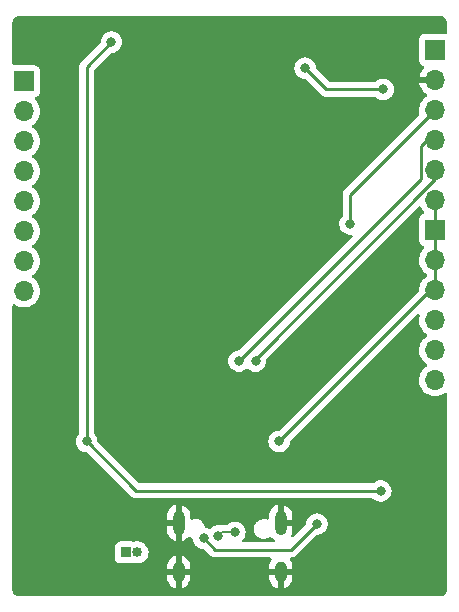
<source format=gbr>
%TF.GenerationSoftware,KiCad,Pcbnew,(5.99.0-9526-g5c17ff0595)*%
%TF.CreationDate,2021-04-11T17:42:09-05:00*%
%TF.ProjectId,DualingDev-ESP32,4475616c-696e-4674-9465-762d45535033,rev?*%
%TF.SameCoordinates,Original*%
%TF.FileFunction,Copper,L2,Bot*%
%TF.FilePolarity,Positive*%
%FSLAX46Y46*%
G04 Gerber Fmt 4.6, Leading zero omitted, Abs format (unit mm)*
G04 Created by KiCad (PCBNEW (5.99.0-9526-g5c17ff0595)) date 2021-04-11 17:42:09*
%MOMM*%
%LPD*%
G01*
G04 APERTURE LIST*
%TA.AperFunction,ComponentPad*%
%ADD10R,1.700000X1.700000*%
%TD*%
%TA.AperFunction,ComponentPad*%
%ADD11O,1.700000X1.700000*%
%TD*%
%TA.AperFunction,ComponentPad*%
%ADD12R,0.850000X0.850000*%
%TD*%
%TA.AperFunction,ComponentPad*%
%ADD13O,0.850000X0.850000*%
%TD*%
%TA.AperFunction,ComponentPad*%
%ADD14O,1.000000X1.800000*%
%TD*%
%TA.AperFunction,ComponentPad*%
%ADD15O,1.000000X2.100000*%
%TD*%
%TA.AperFunction,ViaPad*%
%ADD16C,0.800000*%
%TD*%
%TA.AperFunction,Conductor*%
%ADD17C,0.200000*%
%TD*%
%TA.AperFunction,Conductor*%
%ADD18C,0.250000*%
%TD*%
G04 APERTURE END LIST*
D10*
%TO.P,J1,1,Pin_1*%
%TO.N,VCC*%
X148400000Y-56250000D03*
D11*
%TO.P,J1,2,Pin_2*%
%TO.N,GND*%
X148400000Y-58790000D03*
%TO.P,J1,3,Pin_3*%
%TO.N,Boot*%
X148400000Y-61330000D03*
%TO.P,J1,4,Pin_4*%
%TO.N,TX*%
X148400000Y-63870000D03*
%TO.P,J1,5,Pin_5*%
%TO.N,RX*%
X148400000Y-66410000D03*
%TO.P,J1,6,Pin_6*%
%TO.N,RTS*%
X148400000Y-68950000D03*
%TD*%
D12*
%TO.P,J3,1,Pin_1*%
%TO.N,Net-(C3-Pad1)*%
X122200000Y-98800000D03*
D13*
%TO.P,J3,2,Pin_2*%
%TO.N,VBUS*%
X123200000Y-98800000D03*
%TD*%
D10*
%TO.P,J2,1,Pin_1*%
%TO.N,1*%
X113600000Y-58925000D03*
D11*
%TO.P,J2,2,Pin_2*%
%TO.N,2*%
X113600000Y-61465000D03*
%TO.P,J2,3,Pin_3*%
%TO.N,3*%
X113600000Y-64005000D03*
%TO.P,J2,4,Pin_4*%
%TO.N,4*%
X113600000Y-66545000D03*
%TO.P,J2,5,Pin_5*%
%TO.N,5*%
X113600000Y-69085000D03*
%TO.P,J2,6,Pin_6*%
%TO.N,6*%
X113600000Y-71625000D03*
%TO.P,J2,7,Pin_7*%
%TO.N,7*%
X113600000Y-74165000D03*
%TO.P,J2,8,Pin_8*%
%TO.N,8*%
X113600000Y-76705000D03*
%TD*%
D10*
%TO.P,J4,1,Pin_1*%
%TO.N,A*%
X148400000Y-71490000D03*
D11*
%TO.P,J4,2,Pin_2*%
%TO.N,B*%
X148400000Y-74030000D03*
%TO.P,J4,3,Pin_3*%
%TO.N,C*%
X148400000Y-76570000D03*
%TO.P,J4,4,Pin_4*%
%TO.N,D*%
X148400000Y-79110000D03*
%TO.P,J4,5,Pin_5*%
%TO.N,E*%
X148400000Y-81650000D03*
%TO.P,J4,6,Pin_6*%
%TO.N,F*%
X148400000Y-84190000D03*
%TD*%
D14*
%TO.P,P1,S1,SHIELD*%
%TO.N,GND*%
X135320000Y-100462500D03*
D15*
X126680000Y-96312500D03*
D14*
X126680000Y-100462500D03*
D15*
X135320000Y-96312500D03*
%TD*%
D16*
%TO.N,GND*%
X122000000Y-73600000D03*
X125400000Y-74000000D03*
X142000000Y-56800000D03*
X145800000Y-60000000D03*
X121200000Y-54000000D03*
%TO.N,/D-*%
X131450000Y-97100000D03*
X130050000Y-97400000D03*
%TO.N,VCC*%
X143800000Y-93600000D03*
X121000000Y-55600000D03*
X118900000Y-89400000D03*
%TO.N,RTS*%
X137400000Y-57800000D03*
X144000000Y-59600000D03*
X135200000Y-89400000D03*
%TO.N,RX*%
X133200000Y-82600000D03*
%TO.N,TX*%
X131800000Y-82600000D03*
%TO.N,Boot*%
X141200000Y-71000000D03*
%TO.N,Net-(P1-PadA5)*%
X138400000Y-96400000D03*
X128800000Y-97600000D03*
%TD*%
D17*
%TO.N,/D-*%
X130350000Y-97100000D02*
X131450000Y-97100000D01*
X130050000Y-97400000D02*
X130350000Y-97100000D01*
D18*
%TO.N,VCC*%
X118900000Y-89400000D02*
X118900000Y-57700000D01*
X118900000Y-89400000D02*
X123100000Y-93600000D01*
X123100000Y-93600000D02*
X143800000Y-93600000D01*
X118900000Y-57700000D02*
X121000000Y-55600000D01*
%TO.N,RTS*%
X148400000Y-76200000D02*
X148400000Y-68950000D01*
X135200000Y-89400000D02*
X148400000Y-76200000D01*
X144000000Y-59600000D02*
X139200000Y-59600000D01*
X139200000Y-59600000D02*
X137400000Y-57800000D01*
%TO.N,RX*%
X133200000Y-82600000D02*
X133200000Y-82410983D01*
X148400000Y-67210983D02*
X148400000Y-66410000D01*
X133200000Y-82410983D02*
X148400000Y-67210983D01*
%TO.N,TX*%
X131800000Y-82600000D02*
X147224989Y-67175011D01*
X147224989Y-67175011D02*
X147224989Y-64375011D01*
X147730000Y-63870000D02*
X148400000Y-63870000D01*
X147224989Y-64375011D02*
X147730000Y-63870000D01*
%TO.N,Boot*%
X141200000Y-68530000D02*
X148400000Y-61330000D01*
X141200000Y-71000000D02*
X141200000Y-68530000D01*
%TO.N,Net-(P1-PadA5)*%
X129800000Y-98600000D02*
X128800000Y-97600000D01*
X136200000Y-98600000D02*
X134800000Y-98600000D01*
X134800000Y-98600000D02*
X129800000Y-98600000D01*
X138400000Y-96400000D02*
X136200000Y-98600000D01*
%TD*%
%TA.AperFunction,Conductor*%
%TO.N,GND*%
G36*
X148838797Y-53409994D02*
G01*
X148842418Y-53410646D01*
X148849674Y-53411952D01*
X148913797Y-53413471D01*
X148930831Y-53413874D01*
X148952425Y-53416260D01*
X149029200Y-53431531D01*
X149052833Y-53438699D01*
X149118119Y-53465742D01*
X149139900Y-53477385D01*
X149179432Y-53503799D01*
X149198644Y-53516636D01*
X149217737Y-53532306D01*
X149267695Y-53582264D01*
X149283364Y-53601355D01*
X149308049Y-53638299D01*
X149322617Y-53660102D01*
X149334259Y-53681884D01*
X149361298Y-53747160D01*
X149368468Y-53770797D01*
X149372170Y-53789408D01*
X149383740Y-53847579D01*
X149386126Y-53869175D01*
X149387970Y-53947049D01*
X149388709Y-53951461D01*
X149388710Y-53951473D01*
X149390269Y-53960783D01*
X149392000Y-53981594D01*
X149392000Y-54761644D01*
X149371998Y-54829765D01*
X149318342Y-54876258D01*
X149257014Y-54887323D01*
X149254448Y-54887140D01*
X149250000Y-54886500D01*
X147550000Y-54886500D01*
X147476921Y-54891727D01*
X147425192Y-54906916D01*
X147345330Y-54930365D01*
X147345328Y-54930366D01*
X147336684Y-54932904D01*
X147329105Y-54937775D01*
X147221309Y-55007051D01*
X147221306Y-55007053D01*
X147213729Y-55011923D01*
X147207828Y-55018733D01*
X147123918Y-55115569D01*
X147123916Y-55115572D01*
X147118016Y-55122381D01*
X147114272Y-55130579D01*
X147069578Y-55228446D01*
X147057300Y-55255330D01*
X147056018Y-55264245D01*
X147056018Y-55264246D01*
X147037139Y-55395552D01*
X147037138Y-55395559D01*
X147036500Y-55400000D01*
X147036500Y-57100000D01*
X147041727Y-57173079D01*
X147043631Y-57179562D01*
X147073132Y-57280034D01*
X147082904Y-57313316D01*
X147101629Y-57342453D01*
X147157051Y-57428691D01*
X147157053Y-57428694D01*
X147161923Y-57436271D01*
X147168733Y-57442172D01*
X147265569Y-57526082D01*
X147265572Y-57526084D01*
X147272381Y-57531984D01*
X147405330Y-57592700D01*
X147412035Y-57593664D01*
X147470813Y-57631437D01*
X147500306Y-57696017D01*
X147490203Y-57766291D01*
X147458171Y-57809115D01*
X147426879Y-57836269D01*
X147419464Y-57843895D01*
X147280100Y-58013860D01*
X147274075Y-58022627D01*
X147165342Y-58213644D01*
X147160877Y-58223308D01*
X147085882Y-58429916D01*
X147083111Y-58440184D01*
X147069008Y-58518174D01*
X147070427Y-58531414D01*
X147085062Y-58536000D01*
X148528000Y-58536000D01*
X148596121Y-58556002D01*
X148642614Y-58609658D01*
X148654000Y-58662000D01*
X148654000Y-58918000D01*
X148633998Y-58986121D01*
X148580342Y-59032614D01*
X148528000Y-59044000D01*
X147083403Y-59044000D01*
X147070222Y-59047870D01*
X147068255Y-59062423D01*
X147076638Y-59114471D01*
X147079212Y-59124793D01*
X147150230Y-59332810D01*
X147154497Y-59342533D01*
X147259556Y-59535625D01*
X147265402Y-59544491D01*
X147401486Y-59717113D01*
X147408750Y-59724875D01*
X147571967Y-59872094D01*
X147580444Y-59878528D01*
X147698717Y-59953442D01*
X147745562Y-60006790D01*
X147756129Y-60076996D01*
X147727062Y-60141770D01*
X147696662Y-60167605D01*
X147619567Y-60214388D01*
X147596631Y-60228306D01*
X147592601Y-60231803D01*
X147533287Y-60283273D01*
X147422492Y-60379415D01*
X147419109Y-60383541D01*
X147419105Y-60383545D01*
X147351411Y-60466105D01*
X147276304Y-60557705D01*
X147162245Y-60758077D01*
X147083578Y-60974802D01*
X147082629Y-60980051D01*
X147082628Y-60980054D01*
X147043501Y-61196429D01*
X147042551Y-61201683D01*
X147040338Y-61432233D01*
X147077002Y-61659861D01*
X147078725Y-61664907D01*
X147079532Y-61668144D01*
X147076606Y-61739081D01*
X147046371Y-61787725D01*
X140807487Y-68026609D01*
X140799399Y-68033969D01*
X140793005Y-68038027D01*
X140787580Y-68043804D01*
X140747131Y-68086878D01*
X140744376Y-68089720D01*
X140724062Y-68110034D01*
X140721417Y-68113445D01*
X140713713Y-68122465D01*
X140683443Y-68154699D01*
X140679626Y-68161643D01*
X140679624Y-68161645D01*
X140673682Y-68172453D01*
X140662828Y-68188977D01*
X140650417Y-68204977D01*
X140647270Y-68212248D01*
X140647270Y-68212249D01*
X140632859Y-68245551D01*
X140627638Y-68256207D01*
X140606338Y-68294952D01*
X140604366Y-68302635D01*
X140604365Y-68302636D01*
X140601301Y-68314568D01*
X140594897Y-68333272D01*
X140590001Y-68344585D01*
X140589999Y-68344592D01*
X140586852Y-68351864D01*
X140585613Y-68359688D01*
X140585612Y-68359691D01*
X140579935Y-68395535D01*
X140577528Y-68407156D01*
X140568013Y-68444218D01*
X140566535Y-68449975D01*
X140566500Y-68450531D01*
X140566500Y-68470452D01*
X140564949Y-68490162D01*
X140561816Y-68509944D01*
X140562562Y-68517836D01*
X140565941Y-68553582D01*
X140566500Y-68565440D01*
X140566500Y-70297481D01*
X140546498Y-70365602D01*
X140534136Y-70381791D01*
X140460963Y-70463058D01*
X140365476Y-70628446D01*
X140306462Y-70810073D01*
X140286500Y-71000000D01*
X140306462Y-71189927D01*
X140308502Y-71196205D01*
X140308502Y-71196206D01*
X140340957Y-71296093D01*
X140365476Y-71371554D01*
X140368779Y-71377276D01*
X140368780Y-71377277D01*
X140382232Y-71400576D01*
X140460963Y-71536942D01*
X140465381Y-71541849D01*
X140465382Y-71541850D01*
X140566477Y-71654127D01*
X140588749Y-71678863D01*
X140594091Y-71682744D01*
X140594093Y-71682746D01*
X140737908Y-71787233D01*
X140743250Y-71791114D01*
X140749278Y-71793798D01*
X140749280Y-71793799D01*
X140911682Y-71866105D01*
X140917713Y-71868790D01*
X141011113Y-71888643D01*
X141098056Y-71907124D01*
X141098061Y-71907124D01*
X141104513Y-71908496D01*
X141291410Y-71908496D01*
X141359531Y-71928498D01*
X141406024Y-71982154D01*
X141416128Y-72052428D01*
X141386634Y-72117008D01*
X141380505Y-72123591D01*
X131849497Y-81654599D01*
X131787185Y-81688625D01*
X131760402Y-81691504D01*
X131704513Y-81691504D01*
X131698061Y-81692876D01*
X131698056Y-81692876D01*
X131611113Y-81711357D01*
X131517713Y-81731210D01*
X131511683Y-81733895D01*
X131511682Y-81733895D01*
X131349280Y-81806201D01*
X131349278Y-81806202D01*
X131343250Y-81808886D01*
X131337909Y-81812766D01*
X131337908Y-81812767D01*
X131194093Y-81917254D01*
X131194091Y-81917256D01*
X131188749Y-81921137D01*
X131060963Y-82063058D01*
X131057662Y-82068776D01*
X130980315Y-82202745D01*
X130965476Y-82228446D01*
X130906462Y-82410073D01*
X130886500Y-82600000D01*
X130906462Y-82789927D01*
X130965476Y-82971554D01*
X130968779Y-82977276D01*
X130968780Y-82977277D01*
X130997311Y-83026693D01*
X131060963Y-83136942D01*
X131065381Y-83141849D01*
X131065382Y-83141850D01*
X131164545Y-83251982D01*
X131188749Y-83278863D01*
X131194091Y-83282744D01*
X131194093Y-83282746D01*
X131194099Y-83282750D01*
X131343250Y-83391114D01*
X131349278Y-83393798D01*
X131349280Y-83393799D01*
X131511682Y-83466105D01*
X131517713Y-83468790D01*
X131611113Y-83488643D01*
X131698056Y-83507124D01*
X131698061Y-83507124D01*
X131704513Y-83508496D01*
X131895487Y-83508496D01*
X131901939Y-83507124D01*
X131901944Y-83507124D01*
X131988887Y-83488643D01*
X132082287Y-83468790D01*
X132088318Y-83466105D01*
X132250720Y-83393799D01*
X132250722Y-83393798D01*
X132256750Y-83391114D01*
X132411251Y-83278863D01*
X132415678Y-83273946D01*
X132415686Y-83273939D01*
X132479693Y-83243220D01*
X132550147Y-83251982D01*
X132584314Y-83273939D01*
X132584322Y-83273946D01*
X132588749Y-83278863D01*
X132743250Y-83391114D01*
X132749278Y-83393798D01*
X132749280Y-83393799D01*
X132911682Y-83466105D01*
X132917713Y-83468790D01*
X133011113Y-83488643D01*
X133098056Y-83507124D01*
X133098061Y-83507124D01*
X133104513Y-83508496D01*
X133295487Y-83508496D01*
X133301939Y-83507124D01*
X133301944Y-83507124D01*
X133388887Y-83488643D01*
X133482287Y-83468790D01*
X133488318Y-83466105D01*
X133650720Y-83393799D01*
X133650722Y-83393798D01*
X133656750Y-83391114D01*
X133805901Y-83282750D01*
X133805907Y-83282746D01*
X133805909Y-83282744D01*
X133811251Y-83278863D01*
X133835455Y-83251982D01*
X133934618Y-83141850D01*
X133934619Y-83141849D01*
X133939037Y-83136942D01*
X134002689Y-83026693D01*
X134031220Y-82977277D01*
X134031221Y-82977276D01*
X134034524Y-82971554D01*
X134093538Y-82789927D01*
X134113500Y-82600000D01*
X134111571Y-82581644D01*
X134100132Y-82472805D01*
X134112904Y-82402967D01*
X134136347Y-82370540D01*
X146982020Y-69524867D01*
X147044332Y-69490841D01*
X147115147Y-69495906D01*
X147171983Y-69538453D01*
X147181791Y-69553740D01*
X147261685Y-69700580D01*
X147404424Y-69881644D01*
X147464034Y-69935411D01*
X147501219Y-69995888D01*
X147499805Y-70066871D01*
X147460240Y-70125821D01*
X147415138Y-70149868D01*
X147345330Y-70170365D01*
X147345328Y-70170366D01*
X147336684Y-70172904D01*
X147329105Y-70177775D01*
X147221309Y-70247051D01*
X147221306Y-70247053D01*
X147213729Y-70251923D01*
X147207828Y-70258733D01*
X147123918Y-70355569D01*
X147123916Y-70355572D01*
X147118016Y-70362381D01*
X147114272Y-70370579D01*
X147070617Y-70466171D01*
X147057300Y-70495330D01*
X147056018Y-70504245D01*
X147056018Y-70504246D01*
X147037139Y-70635552D01*
X147037138Y-70635559D01*
X147036500Y-70640000D01*
X147036500Y-72340000D01*
X147041727Y-72413079D01*
X147082904Y-72553316D01*
X147087775Y-72560895D01*
X147157051Y-72668691D01*
X147157053Y-72668694D01*
X147161923Y-72676271D01*
X147168733Y-72682172D01*
X147265569Y-72766082D01*
X147265572Y-72766084D01*
X147272381Y-72771984D01*
X147405330Y-72832700D01*
X147411639Y-72833607D01*
X147470244Y-72871269D01*
X147499738Y-72935849D01*
X147489636Y-73006123D01*
X147457601Y-73048949D01*
X147426920Y-73075573D01*
X147422492Y-73079415D01*
X147419109Y-73083541D01*
X147419105Y-73083545D01*
X147366538Y-73147656D01*
X147276304Y-73257705D01*
X147162245Y-73458077D01*
X147083578Y-73674802D01*
X147082629Y-73680051D01*
X147082628Y-73680054D01*
X147043501Y-73896429D01*
X147042551Y-73901683D01*
X147040338Y-74132233D01*
X147077002Y-74359861D01*
X147151494Y-74578056D01*
X147261685Y-74780580D01*
X147404424Y-74961644D01*
X147408389Y-74965220D01*
X147571659Y-75112489D01*
X147571665Y-75112494D01*
X147575629Y-75116069D01*
X147580142Y-75118928D01*
X147580144Y-75118929D01*
X147698242Y-75193731D01*
X147745087Y-75247079D01*
X147755654Y-75317285D01*
X147726587Y-75382058D01*
X147696187Y-75407894D01*
X147596631Y-75468306D01*
X147592601Y-75471803D01*
X147426920Y-75615573D01*
X147422492Y-75619415D01*
X147419109Y-75623541D01*
X147419105Y-75623545D01*
X147366538Y-75687656D01*
X147276304Y-75797705D01*
X147162245Y-75998077D01*
X147083578Y-76214802D01*
X147082629Y-76220051D01*
X147082628Y-76220054D01*
X147043501Y-76436429D01*
X147042551Y-76441683D01*
X147042500Y-76447023D01*
X147040914Y-76612196D01*
X147020259Y-76680121D01*
X147004015Y-76700081D01*
X135249497Y-88454599D01*
X135187185Y-88488625D01*
X135160402Y-88491504D01*
X135104513Y-88491504D01*
X135098061Y-88492876D01*
X135098056Y-88492876D01*
X135011113Y-88511357D01*
X134917713Y-88531210D01*
X134911683Y-88533895D01*
X134911682Y-88533895D01*
X134749280Y-88606201D01*
X134749278Y-88606202D01*
X134743250Y-88608886D01*
X134737909Y-88612766D01*
X134737908Y-88612767D01*
X134594093Y-88717254D01*
X134594091Y-88717256D01*
X134588749Y-88721137D01*
X134584328Y-88726047D01*
X134584327Y-88726048D01*
X134548713Y-88765602D01*
X134460963Y-88863058D01*
X134365476Y-89028446D01*
X134306462Y-89210073D01*
X134286500Y-89400000D01*
X134306462Y-89589927D01*
X134365476Y-89771554D01*
X134460963Y-89936942D01*
X134588749Y-90078863D01*
X134594091Y-90082744D01*
X134594093Y-90082746D01*
X134737908Y-90187233D01*
X134743250Y-90191114D01*
X134749278Y-90193798D01*
X134749280Y-90193799D01*
X134911682Y-90266105D01*
X134917713Y-90268790D01*
X135011113Y-90288643D01*
X135098056Y-90307124D01*
X135098061Y-90307124D01*
X135104513Y-90308496D01*
X135295487Y-90308496D01*
X135301939Y-90307124D01*
X135301944Y-90307124D01*
X135388887Y-90288643D01*
X135482287Y-90268790D01*
X135488318Y-90266105D01*
X135650720Y-90193799D01*
X135650722Y-90193798D01*
X135656750Y-90191114D01*
X135662092Y-90187233D01*
X135805907Y-90082746D01*
X135805909Y-90082744D01*
X135811251Y-90078863D01*
X135939037Y-89936942D01*
X136034524Y-89771554D01*
X136093538Y-89589927D01*
X136110903Y-89424710D01*
X136137916Y-89359054D01*
X136147118Y-89348786D01*
X146877671Y-78618233D01*
X146939983Y-78584207D01*
X147010798Y-78589272D01*
X147067634Y-78631819D01*
X147092445Y-78698339D01*
X147086027Y-78744427D01*
X147086789Y-78744633D01*
X147085398Y-78749787D01*
X147083578Y-78754802D01*
X147042551Y-78981683D01*
X147040338Y-79212233D01*
X147077002Y-79439861D01*
X147151494Y-79658056D01*
X147261685Y-79860580D01*
X147404424Y-80041644D01*
X147408389Y-80045220D01*
X147571659Y-80192489D01*
X147571665Y-80192494D01*
X147575629Y-80196069D01*
X147580142Y-80198928D01*
X147580144Y-80198929D01*
X147698242Y-80273731D01*
X147745087Y-80327079D01*
X147755654Y-80397285D01*
X147726587Y-80462058D01*
X147696186Y-80487894D01*
X147601196Y-80545535D01*
X147601189Y-80545540D01*
X147596631Y-80548306D01*
X147422492Y-80699415D01*
X147419109Y-80703541D01*
X147419105Y-80703545D01*
X147321315Y-80822809D01*
X147276304Y-80877705D01*
X147162245Y-81078077D01*
X147083578Y-81294802D01*
X147042551Y-81521683D01*
X147042500Y-81527023D01*
X147040949Y-81688625D01*
X147040338Y-81752233D01*
X147077002Y-81979861D01*
X147151494Y-82198056D01*
X147261685Y-82400580D01*
X147404424Y-82581644D01*
X147424775Y-82600000D01*
X147571659Y-82732489D01*
X147571665Y-82732494D01*
X147575629Y-82736069D01*
X147580142Y-82738928D01*
X147580144Y-82738929D01*
X147698242Y-82813731D01*
X147745087Y-82867079D01*
X147755654Y-82937285D01*
X147726587Y-83002058D01*
X147696186Y-83027894D01*
X147601196Y-83085535D01*
X147601189Y-83085540D01*
X147596631Y-83088306D01*
X147592601Y-83091803D01*
X147534927Y-83141850D01*
X147422492Y-83239415D01*
X147419109Y-83243541D01*
X147419105Y-83243545D01*
X147321315Y-83362809D01*
X147276304Y-83417705D01*
X147273665Y-83422341D01*
X147273663Y-83422344D01*
X147225403Y-83507124D01*
X147162245Y-83618077D01*
X147083578Y-83834802D01*
X147042551Y-84061683D01*
X147040338Y-84292233D01*
X147077002Y-84519861D01*
X147151494Y-84738056D01*
X147261685Y-84940580D01*
X147404424Y-85121644D01*
X147408389Y-85125220D01*
X147571659Y-85272489D01*
X147571665Y-85272494D01*
X147575629Y-85276069D01*
X147770406Y-85399439D01*
X147983184Y-85488228D01*
X147988387Y-85489425D01*
X147988392Y-85489426D01*
X148202678Y-85538701D01*
X148202683Y-85538702D01*
X148207881Y-85539897D01*
X148213209Y-85540200D01*
X148213212Y-85540200D01*
X148369293Y-85549063D01*
X148438071Y-85552968D01*
X148443378Y-85552368D01*
X148443380Y-85552368D01*
X148564272Y-85538701D01*
X148667173Y-85527068D01*
X148672288Y-85525587D01*
X148672292Y-85525586D01*
X148801298Y-85488228D01*
X148888635Y-85462937D01*
X149096125Y-85362409D01*
X149100463Y-85359309D01*
X149100468Y-85359306D01*
X149192742Y-85293365D01*
X149259795Y-85270032D01*
X149328818Y-85286655D01*
X149377897Y-85337956D01*
X149392000Y-85395879D01*
X149392000Y-101916472D01*
X149390006Y-101938797D01*
X149388048Y-101949674D01*
X149387933Y-101954542D01*
X149386126Y-102030832D01*
X149383741Y-102052424D01*
X149383693Y-102052666D01*
X149368469Y-102129200D01*
X149361299Y-102152836D01*
X149334259Y-102218116D01*
X149322617Y-102239897D01*
X149305932Y-102264869D01*
X149283365Y-102298643D01*
X149267694Y-102317737D01*
X149217737Y-102367694D01*
X149198644Y-102383364D01*
X149146470Y-102418226D01*
X149139901Y-102422615D01*
X149118120Y-102434258D01*
X149058531Y-102458941D01*
X149052836Y-102461300D01*
X149029198Y-102468470D01*
X149014727Y-102471348D01*
X148952425Y-102483740D01*
X148930828Y-102486126D01*
X148857424Y-102487864D01*
X148857422Y-102487864D01*
X148852952Y-102487970D01*
X148839312Y-102490254D01*
X148818482Y-102491984D01*
X141517283Y-102490534D01*
X138758227Y-102489986D01*
X113190705Y-102484909D01*
X113168408Y-102482916D01*
X113162221Y-102481802D01*
X113162209Y-102481801D01*
X113157433Y-102480941D01*
X113142191Y-102480580D01*
X113076277Y-102479019D01*
X113054680Y-102476633D01*
X112977907Y-102461362D01*
X112954271Y-102454192D01*
X112888991Y-102427152D01*
X112867208Y-102415509D01*
X112808461Y-102376256D01*
X112789370Y-102360587D01*
X112739413Y-102310630D01*
X112723743Y-102291537D01*
X112705924Y-102264869D01*
X112684491Y-102232792D01*
X112672848Y-102211011D01*
X112649142Y-102153779D01*
X112645806Y-102145727D01*
X112638637Y-102122090D01*
X112623367Y-102045318D01*
X112620981Y-102023721D01*
X112619243Y-101950317D01*
X112619243Y-101950315D01*
X112619137Y-101945845D01*
X112618398Y-101941433D01*
X112618397Y-101941421D01*
X112616838Y-101932111D01*
X112615107Y-101911300D01*
X112615107Y-100730048D01*
X125672000Y-100730048D01*
X125672000Y-100910412D01*
X125672301Y-100916560D01*
X125685691Y-101053126D01*
X125688074Y-101065161D01*
X125741654Y-101242624D01*
X125746329Y-101253966D01*
X125833357Y-101417644D01*
X125840144Y-101427860D01*
X125957310Y-101571519D01*
X125965954Y-101580223D01*
X126108788Y-101698386D01*
X126118959Y-101705246D01*
X126282031Y-101793418D01*
X126293330Y-101798168D01*
X126408693Y-101833880D01*
X126422795Y-101834086D01*
X126426000Y-101827330D01*
X126426000Y-100734615D01*
X126424659Y-100730048D01*
X126934000Y-100730048D01*
X126934000Y-101820552D01*
X126937973Y-101834083D01*
X126945768Y-101835203D01*
X127053557Y-101803479D01*
X127064941Y-101798880D01*
X127229222Y-101712996D01*
X127239483Y-101706282D01*
X127383959Y-101590120D01*
X127392719Y-101581542D01*
X127511881Y-101439530D01*
X127518807Y-101429416D01*
X127608118Y-101266958D01*
X127612946Y-101255694D01*
X127669002Y-101078984D01*
X127671550Y-101066997D01*
X127687607Y-100923839D01*
X127688000Y-100916815D01*
X127688000Y-100734615D01*
X127686659Y-100730048D01*
X134312000Y-100730048D01*
X134312000Y-100910412D01*
X134312301Y-100916560D01*
X134325691Y-101053126D01*
X134328074Y-101065161D01*
X134381654Y-101242624D01*
X134386329Y-101253966D01*
X134473357Y-101417644D01*
X134480144Y-101427860D01*
X134597310Y-101571519D01*
X134605954Y-101580223D01*
X134748788Y-101698386D01*
X134758959Y-101705246D01*
X134922031Y-101793418D01*
X134933330Y-101798168D01*
X135048693Y-101833880D01*
X135062795Y-101834086D01*
X135066000Y-101827330D01*
X135066000Y-100734615D01*
X135064659Y-100730048D01*
X135574000Y-100730048D01*
X135574000Y-101820552D01*
X135577973Y-101834083D01*
X135585768Y-101835203D01*
X135693557Y-101803479D01*
X135704941Y-101798880D01*
X135869222Y-101712996D01*
X135879483Y-101706282D01*
X136023959Y-101590120D01*
X136032719Y-101581542D01*
X136151881Y-101439530D01*
X136158807Y-101429416D01*
X136248118Y-101266958D01*
X136252946Y-101255694D01*
X136309002Y-101078984D01*
X136311550Y-101066997D01*
X136327607Y-100923839D01*
X136328000Y-100916815D01*
X136328000Y-100734615D01*
X136323525Y-100719376D01*
X136322135Y-100718171D01*
X136314452Y-100716500D01*
X135592115Y-100716500D01*
X135576876Y-100720975D01*
X135575671Y-100722365D01*
X135574000Y-100730048D01*
X135064659Y-100730048D01*
X135061525Y-100719376D01*
X135060135Y-100718171D01*
X135052452Y-100716500D01*
X134330115Y-100716500D01*
X134314876Y-100720975D01*
X134313671Y-100722365D01*
X134312000Y-100730048D01*
X127686659Y-100730048D01*
X127683525Y-100719376D01*
X127682135Y-100718171D01*
X127674452Y-100716500D01*
X126952115Y-100716500D01*
X126936876Y-100720975D01*
X126935671Y-100722365D01*
X126934000Y-100730048D01*
X126424659Y-100730048D01*
X126421525Y-100719376D01*
X126420135Y-100718171D01*
X126412452Y-100716500D01*
X125690115Y-100716500D01*
X125674876Y-100720975D01*
X125673671Y-100722365D01*
X125672000Y-100730048D01*
X112615107Y-100730048D01*
X112615107Y-100008185D01*
X125672000Y-100008185D01*
X125672000Y-100190385D01*
X125676475Y-100205624D01*
X125677865Y-100206829D01*
X125685548Y-100208500D01*
X126407885Y-100208500D01*
X126423124Y-100204025D01*
X126424329Y-100202635D01*
X126426000Y-100194952D01*
X126426000Y-99104448D01*
X126424010Y-99097670D01*
X126934000Y-99097670D01*
X126934000Y-100190385D01*
X126938475Y-100205624D01*
X126939865Y-100206829D01*
X126947548Y-100208500D01*
X127669885Y-100208500D01*
X127685124Y-100204025D01*
X127686329Y-100202635D01*
X127688000Y-100194952D01*
X127688000Y-100014588D01*
X127687699Y-100008440D01*
X127674309Y-99871874D01*
X127671926Y-99859839D01*
X127618346Y-99682376D01*
X127613671Y-99671034D01*
X127526643Y-99507356D01*
X127519856Y-99497140D01*
X127402690Y-99353481D01*
X127394046Y-99344777D01*
X127251212Y-99226614D01*
X127241041Y-99219754D01*
X127077969Y-99131582D01*
X127066670Y-99126832D01*
X126951307Y-99091120D01*
X126937205Y-99090914D01*
X126934000Y-99097670D01*
X126424010Y-99097670D01*
X126422027Y-99090917D01*
X126414232Y-99089797D01*
X126306443Y-99121521D01*
X126295059Y-99126120D01*
X126130778Y-99212004D01*
X126120517Y-99218718D01*
X125976041Y-99334880D01*
X125967281Y-99343458D01*
X125848119Y-99485470D01*
X125841193Y-99495584D01*
X125751882Y-99658042D01*
X125747054Y-99669306D01*
X125690998Y-99846016D01*
X125688450Y-99858003D01*
X125672393Y-100001161D01*
X125672000Y-100008185D01*
X112615107Y-100008185D01*
X112615107Y-98375000D01*
X121261500Y-98375000D01*
X121261500Y-99225000D01*
X121266727Y-99298079D01*
X121307904Y-99438316D01*
X121312775Y-99445895D01*
X121382051Y-99553691D01*
X121382053Y-99553694D01*
X121386923Y-99561271D01*
X121393733Y-99567172D01*
X121490569Y-99651082D01*
X121490572Y-99651084D01*
X121497381Y-99656984D01*
X121505579Y-99660728D01*
X121575297Y-99692567D01*
X121630330Y-99717700D01*
X121639245Y-99718982D01*
X121639246Y-99718982D01*
X121770552Y-99737861D01*
X121770559Y-99737862D01*
X121775000Y-99738500D01*
X122625000Y-99738500D01*
X122698079Y-99733273D01*
X122838316Y-99692096D01*
X122839351Y-99695620D01*
X122892417Y-99688049D01*
X122907997Y-99691680D01*
X122909988Y-99692567D01*
X123005944Y-99712963D01*
X123095443Y-99731987D01*
X123095447Y-99731987D01*
X123101900Y-99733359D01*
X123298100Y-99733359D01*
X123304553Y-99731987D01*
X123304557Y-99731987D01*
X123394056Y-99712963D01*
X123490012Y-99692567D01*
X123500160Y-99688049D01*
X123663220Y-99615450D01*
X123663222Y-99615449D01*
X123669250Y-99612765D01*
X123827979Y-99497441D01*
X123959262Y-99351636D01*
X124057362Y-99181722D01*
X124117992Y-98995125D01*
X124138500Y-98800000D01*
X124117992Y-98604875D01*
X124057362Y-98418278D01*
X123959262Y-98248364D01*
X123858938Y-98136942D01*
X123832401Y-98107470D01*
X123832400Y-98107469D01*
X123827979Y-98102559D01*
X123669250Y-97987235D01*
X123663222Y-97984551D01*
X123663220Y-97984550D01*
X123496043Y-97910118D01*
X123496042Y-97910118D01*
X123490012Y-97907433D01*
X123389380Y-97886043D01*
X123304557Y-97868013D01*
X123304553Y-97868013D01*
X123298100Y-97866641D01*
X123101900Y-97866641D01*
X123095447Y-97868013D01*
X123095443Y-97868013D01*
X122932761Y-97902592D01*
X122909988Y-97907433D01*
X122906650Y-97908919D01*
X122836776Y-97910917D01*
X122816461Y-97903669D01*
X122777867Y-97886043D01*
X122777864Y-97886042D01*
X122769670Y-97882300D01*
X122749947Y-97879464D01*
X122629448Y-97862139D01*
X122629441Y-97862138D01*
X122625000Y-97861500D01*
X121775000Y-97861500D01*
X121701921Y-97866727D01*
X121623835Y-97889655D01*
X121570330Y-97905365D01*
X121570328Y-97905366D01*
X121561684Y-97907904D01*
X121532499Y-97926660D01*
X121446309Y-97982051D01*
X121446306Y-97982053D01*
X121438729Y-97986923D01*
X121432828Y-97993733D01*
X121348918Y-98090569D01*
X121348916Y-98090572D01*
X121343016Y-98097381D01*
X121282300Y-98230330D01*
X121281018Y-98239245D01*
X121281018Y-98239246D01*
X121262139Y-98370552D01*
X121262138Y-98370559D01*
X121261500Y-98375000D01*
X112615107Y-98375000D01*
X112615107Y-96580048D01*
X125672000Y-96580048D01*
X125672000Y-96910412D01*
X125672301Y-96916560D01*
X125685691Y-97053126D01*
X125688074Y-97065161D01*
X125741654Y-97242624D01*
X125746329Y-97253966D01*
X125833357Y-97417644D01*
X125840144Y-97427860D01*
X125957310Y-97571519D01*
X125965954Y-97580223D01*
X126108788Y-97698386D01*
X126118959Y-97705246D01*
X126282031Y-97793418D01*
X126293330Y-97798168D01*
X126408693Y-97833880D01*
X126422795Y-97834086D01*
X126426000Y-97827330D01*
X126426000Y-96584615D01*
X126421525Y-96569376D01*
X126420135Y-96568171D01*
X126412452Y-96566500D01*
X125690115Y-96566500D01*
X125674876Y-96570975D01*
X125673671Y-96572365D01*
X125672000Y-96580048D01*
X112615107Y-96580048D01*
X112615107Y-95708185D01*
X125672000Y-95708185D01*
X125672000Y-96040385D01*
X125676475Y-96055624D01*
X125677865Y-96056829D01*
X125685548Y-96058500D01*
X126407885Y-96058500D01*
X126423124Y-96054025D01*
X126424329Y-96052635D01*
X126426000Y-96044952D01*
X126426000Y-94804448D01*
X126424010Y-94797670D01*
X126934000Y-94797670D01*
X126934000Y-97820552D01*
X126937973Y-97834083D01*
X126945768Y-97835203D01*
X127053557Y-97803479D01*
X127064941Y-97798880D01*
X127229222Y-97712996D01*
X127239483Y-97706282D01*
X127383959Y-97590120D01*
X127392724Y-97581537D01*
X127450435Y-97512760D01*
X127509544Y-97473433D01*
X127580532Y-97472307D01*
X127625379Y-97496180D01*
X127625461Y-97496060D01*
X127626538Y-97496797D01*
X127628955Y-97498084D01*
X127636275Y-97504358D01*
X127642290Y-97507583D01*
X127642294Y-97507586D01*
X127700854Y-97538985D01*
X127795892Y-97589944D01*
X127802456Y-97591801D01*
X127802460Y-97591803D01*
X127806101Y-97592833D01*
X127808062Y-97594066D01*
X127808789Y-97594360D01*
X127808736Y-97594490D01*
X127866202Y-97630627D01*
X127897105Y-97700902D01*
X127898376Y-97712996D01*
X127906462Y-97789927D01*
X127908502Y-97796205D01*
X127908502Y-97796206D01*
X127909371Y-97798880D01*
X127965476Y-97971554D01*
X128060963Y-98136942D01*
X128065381Y-98141849D01*
X128065382Y-98141850D01*
X128166436Y-98254082D01*
X128188749Y-98278863D01*
X128194091Y-98282744D01*
X128194093Y-98282746D01*
X128321071Y-98375000D01*
X128343250Y-98391114D01*
X128349278Y-98393798D01*
X128349280Y-98393799D01*
X128511682Y-98466105D01*
X128517713Y-98468790D01*
X128611113Y-98488643D01*
X128698056Y-98507124D01*
X128698061Y-98507124D01*
X128704513Y-98508496D01*
X128760402Y-98508496D01*
X128828523Y-98528498D01*
X128849497Y-98545401D01*
X129296609Y-98992513D01*
X129303969Y-99000601D01*
X129308027Y-99006995D01*
X129313804Y-99012420D01*
X129356878Y-99052869D01*
X129359720Y-99055624D01*
X129380034Y-99075938D01*
X129383445Y-99078583D01*
X129392465Y-99086287D01*
X129424699Y-99116557D01*
X129431643Y-99120374D01*
X129431645Y-99120376D01*
X129442453Y-99126318D01*
X129458977Y-99137172D01*
X129468711Y-99144723D01*
X129468713Y-99144724D01*
X129474977Y-99149583D01*
X129515561Y-99167146D01*
X129526190Y-99172353D01*
X129564952Y-99193662D01*
X129584578Y-99198701D01*
X129603271Y-99205102D01*
X129621865Y-99213148D01*
X129655278Y-99218440D01*
X129665531Y-99220064D01*
X129677154Y-99222471D01*
X129719975Y-99233465D01*
X129720531Y-99233500D01*
X129740447Y-99233500D01*
X129760157Y-99235051D01*
X129779945Y-99238185D01*
X129787837Y-99237439D01*
X129823593Y-99234059D01*
X129835451Y-99233500D01*
X134429339Y-99233500D01*
X134497460Y-99253502D01*
X134543953Y-99307158D01*
X134554057Y-99377432D01*
X134525860Y-99440492D01*
X134488119Y-99485469D01*
X134481193Y-99495584D01*
X134391882Y-99658042D01*
X134387054Y-99669306D01*
X134330998Y-99846016D01*
X134328450Y-99858003D01*
X134312393Y-100001161D01*
X134312000Y-100008185D01*
X134312000Y-100190385D01*
X134316475Y-100205624D01*
X134317865Y-100206829D01*
X134325548Y-100208500D01*
X136309885Y-100208500D01*
X136325124Y-100204025D01*
X136326329Y-100202635D01*
X136328000Y-100194952D01*
X136328000Y-100014588D01*
X136327699Y-100008440D01*
X136314309Y-99871874D01*
X136311926Y-99859839D01*
X136258346Y-99682376D01*
X136253671Y-99671034D01*
X136166643Y-99507356D01*
X136159856Y-99497140D01*
X136112564Y-99439155D01*
X136085010Y-99373723D01*
X136097205Y-99303782D01*
X136145278Y-99251537D01*
X136206322Y-99233579D01*
X136206485Y-99233574D01*
X136206938Y-99233560D01*
X136210823Y-99233500D01*
X136239578Y-99233500D01*
X136243845Y-99232961D01*
X136255687Y-99232028D01*
X136287335Y-99231033D01*
X136291960Y-99230888D01*
X136299883Y-99230639D01*
X136319334Y-99224988D01*
X136338695Y-99220978D01*
X136341420Y-99220634D01*
X136350930Y-99219433D01*
X136350933Y-99219432D01*
X136358788Y-99218440D01*
X136366153Y-99215524D01*
X136366157Y-99215523D01*
X136399901Y-99202163D01*
X136411130Y-99198318D01*
X136453578Y-99185986D01*
X136460788Y-99181722D01*
X136471011Y-99175677D01*
X136488762Y-99166981D01*
X136500226Y-99162442D01*
X136500229Y-99162440D01*
X136507600Y-99159522D01*
X136543368Y-99133535D01*
X136553291Y-99127016D01*
X136564519Y-99120376D01*
X136591341Y-99104514D01*
X136591759Y-99104145D01*
X136605842Y-99090062D01*
X136620867Y-99077228D01*
X136637083Y-99065446D01*
X136665030Y-99031664D01*
X136673019Y-99022885D01*
X138350503Y-97345401D01*
X138412815Y-97311375D01*
X138439598Y-97308496D01*
X138495487Y-97308496D01*
X138501939Y-97307124D01*
X138501944Y-97307124D01*
X138613727Y-97283363D01*
X138682287Y-97268790D01*
X138711701Y-97255694D01*
X138850720Y-97193799D01*
X138850722Y-97193798D01*
X138856750Y-97191114D01*
X138862092Y-97187233D01*
X139005907Y-97082746D01*
X139005909Y-97082744D01*
X139011251Y-97078863D01*
X139139037Y-96936942D01*
X139234524Y-96771554D01*
X139262697Y-96684846D01*
X139291498Y-96596206D01*
X139291498Y-96596205D01*
X139293538Y-96589927D01*
X139313500Y-96400000D01*
X139303572Y-96305544D01*
X139294228Y-96216637D01*
X139294228Y-96216636D01*
X139293538Y-96210073D01*
X139287951Y-96192876D01*
X139236566Y-96034731D01*
X139234524Y-96028446D01*
X139230863Y-96022104D01*
X139142338Y-95868776D01*
X139139037Y-95863058D01*
X139011251Y-95721137D01*
X139005909Y-95717256D01*
X139005907Y-95717254D01*
X138862092Y-95612767D01*
X138862091Y-95612766D01*
X138856750Y-95608886D01*
X138850722Y-95606202D01*
X138850720Y-95606201D01*
X138688318Y-95533895D01*
X138688317Y-95533895D01*
X138682287Y-95531210D01*
X138588887Y-95511357D01*
X138501944Y-95492876D01*
X138501939Y-95492876D01*
X138495487Y-95491504D01*
X138304513Y-95491504D01*
X138298061Y-95492876D01*
X138298056Y-95492876D01*
X138211113Y-95511357D01*
X138117713Y-95531210D01*
X138111683Y-95533895D01*
X138111682Y-95533895D01*
X137949280Y-95606201D01*
X137949278Y-95606202D01*
X137943250Y-95608886D01*
X137937909Y-95612766D01*
X137937908Y-95612767D01*
X137794093Y-95717254D01*
X137794091Y-95717256D01*
X137788749Y-95721137D01*
X137660963Y-95863058D01*
X137657662Y-95868776D01*
X137569138Y-96022104D01*
X137565476Y-96028446D01*
X137563434Y-96034731D01*
X137512050Y-96192876D01*
X137506462Y-96210073D01*
X137505772Y-96216636D01*
X137505772Y-96216637D01*
X137489097Y-96375290D01*
X137462084Y-96440946D01*
X137452882Y-96451214D01*
X136399137Y-97504959D01*
X136336825Y-97538985D01*
X136266010Y-97533920D01*
X136209174Y-97491373D01*
X136184363Y-97424853D01*
X136199627Y-97355163D01*
X136248118Y-97266958D01*
X136252946Y-97255694D01*
X136309002Y-97078984D01*
X136311550Y-97066997D01*
X136327607Y-96923839D01*
X136328000Y-96916815D01*
X136328000Y-96584615D01*
X136323525Y-96569376D01*
X136322135Y-96568171D01*
X136314452Y-96566500D01*
X135192000Y-96566500D01*
X135123879Y-96546498D01*
X135077386Y-96492842D01*
X135066000Y-96440500D01*
X135066000Y-94804448D01*
X135064010Y-94797670D01*
X135574000Y-94797670D01*
X135574000Y-96040385D01*
X135578475Y-96055624D01*
X135579865Y-96056829D01*
X135587548Y-96058500D01*
X136309885Y-96058500D01*
X136325124Y-96054025D01*
X136326329Y-96052635D01*
X136328000Y-96044952D01*
X136328000Y-95714588D01*
X136327699Y-95708440D01*
X136314309Y-95571874D01*
X136311926Y-95559839D01*
X136258346Y-95382376D01*
X136253671Y-95371034D01*
X136166643Y-95207356D01*
X136159856Y-95197140D01*
X136042690Y-95053481D01*
X136034046Y-95044777D01*
X135891212Y-94926614D01*
X135881041Y-94919754D01*
X135717969Y-94831582D01*
X135706670Y-94826832D01*
X135591307Y-94791120D01*
X135577205Y-94790914D01*
X135574000Y-94797670D01*
X135064010Y-94797670D01*
X135062027Y-94790917D01*
X135054232Y-94789797D01*
X134946443Y-94821521D01*
X134935059Y-94826120D01*
X134770778Y-94912004D01*
X134760517Y-94918718D01*
X134616041Y-95034880D01*
X134607281Y-95043458D01*
X134488119Y-95185470D01*
X134481193Y-95195584D01*
X134391882Y-95358042D01*
X134387054Y-95369306D01*
X134330998Y-95546016D01*
X134328450Y-95558003D01*
X134312393Y-95701161D01*
X134312000Y-95708185D01*
X134312000Y-95897386D01*
X134291998Y-95965507D01*
X134238342Y-96012000D01*
X134168068Y-96022104D01*
X134139211Y-96014376D01*
X134115489Y-96004888D01*
X134108762Y-96003774D01*
X134108757Y-96003773D01*
X133943544Y-95976422D01*
X133943540Y-95976422D01*
X133936806Y-95975307D01*
X133929989Y-95975664D01*
X133929985Y-95975664D01*
X133781905Y-95983425D01*
X133755940Y-95984786D01*
X133749367Y-95986597D01*
X133749364Y-95986597D01*
X133620457Y-96022104D01*
X133581328Y-96032882D01*
X133421117Y-96117352D01*
X133282782Y-96234254D01*
X133278639Y-96239673D01*
X133278637Y-96239675D01*
X133222754Y-96312767D01*
X133172777Y-96378134D01*
X133169894Y-96384317D01*
X133169892Y-96384320D01*
X133101397Y-96531210D01*
X133096235Y-96542280D01*
X133094749Y-96548928D01*
X133094748Y-96548931D01*
X133084181Y-96596206D01*
X133056726Y-96719033D01*
X133056093Y-96900147D01*
X133057536Y-96906819D01*
X133057536Y-96906823D01*
X133061215Y-96923839D01*
X133094367Y-97077172D01*
X133169762Y-97241848D01*
X133278760Y-97386493D01*
X133283939Y-97390932D01*
X133283940Y-97390933D01*
X133406734Y-97496180D01*
X133416275Y-97504358D01*
X133422290Y-97507583D01*
X133422294Y-97507586D01*
X133569877Y-97586719D01*
X133575892Y-97589944D01*
X133663028Y-97614601D01*
X133743596Y-97637400D01*
X133743601Y-97637401D01*
X133750164Y-97639258D01*
X133756973Y-97639663D01*
X133756976Y-97639663D01*
X133893982Y-97647802D01*
X133930961Y-97649999D01*
X134010507Y-97637400D01*
X134103112Y-97622733D01*
X134103116Y-97622732D01*
X134109846Y-97621666D01*
X134116192Y-97619179D01*
X134116196Y-97619178D01*
X134272119Y-97558073D01*
X134272123Y-97558071D01*
X134278474Y-97555582D01*
X134381027Y-97486928D01*
X134448761Y-97465654D01*
X134517245Y-97484377D01*
X134548763Y-97511996D01*
X134597304Y-97571513D01*
X134605954Y-97580223D01*
X134748788Y-97698386D01*
X134758959Y-97705246D01*
X134804119Y-97729664D01*
X134854527Y-97779659D01*
X134869905Y-97848970D01*
X134845369Y-97915592D01*
X134788709Y-97958373D01*
X134744190Y-97966500D01*
X132175302Y-97966500D01*
X132107181Y-97946498D01*
X132060688Y-97892842D01*
X132050584Y-97822568D01*
X132081666Y-97756190D01*
X132184618Y-97641850D01*
X132184619Y-97641849D01*
X132189037Y-97636942D01*
X132270306Y-97496180D01*
X132281220Y-97477277D01*
X132281221Y-97477276D01*
X132284524Y-97471554D01*
X132322342Y-97355163D01*
X132341498Y-97296206D01*
X132341498Y-97296205D01*
X132343538Y-97289927D01*
X132363500Y-97100000D01*
X132343538Y-96910073D01*
X132284524Y-96728446D01*
X132279090Y-96719033D01*
X132228674Y-96631712D01*
X132189037Y-96563058D01*
X132174127Y-96546498D01*
X132065673Y-96426048D01*
X132065672Y-96426047D01*
X132061251Y-96421137D01*
X132055909Y-96417256D01*
X132055907Y-96417254D01*
X131912092Y-96312767D01*
X131912091Y-96312766D01*
X131906750Y-96308886D01*
X131900722Y-96306202D01*
X131900720Y-96306201D01*
X131738318Y-96233895D01*
X131738317Y-96233895D01*
X131732287Y-96231210D01*
X131632846Y-96210073D01*
X131551944Y-96192876D01*
X131551939Y-96192876D01*
X131545487Y-96191504D01*
X131354513Y-96191504D01*
X131348061Y-96192876D01*
X131348056Y-96192876D01*
X131267154Y-96210073D01*
X131167713Y-96231210D01*
X131161683Y-96233895D01*
X131161682Y-96233895D01*
X130999280Y-96306201D01*
X130999278Y-96306202D01*
X130993250Y-96308886D01*
X130987909Y-96312766D01*
X130987908Y-96312767D01*
X130844093Y-96417254D01*
X130844091Y-96417256D01*
X130838749Y-96421137D01*
X130812930Y-96449812D01*
X130752487Y-96487050D01*
X130719296Y-96491500D01*
X130396238Y-96491500D01*
X130379792Y-96490422D01*
X130358189Y-96487578D01*
X130358188Y-96487578D01*
X130350000Y-96486500D01*
X130341811Y-96487578D01*
X130290950Y-96494274D01*
X130230636Y-96502214D01*
X130187993Y-96500539D01*
X130151944Y-96492876D01*
X130151940Y-96492876D01*
X130145487Y-96491504D01*
X129954513Y-96491504D01*
X129948061Y-96492876D01*
X129948056Y-96492876D01*
X129861113Y-96511357D01*
X129767713Y-96531210D01*
X129761683Y-96533895D01*
X129761682Y-96533895D01*
X129599280Y-96606201D01*
X129599278Y-96606202D01*
X129593250Y-96608886D01*
X129587909Y-96612766D01*
X129587908Y-96612767D01*
X129444093Y-96717254D01*
X129444091Y-96717256D01*
X129438749Y-96721137D01*
X129434328Y-96726047D01*
X129434327Y-96726048D01*
X129429679Y-96731210D01*
X129393354Y-96771554D01*
X129391523Y-96773587D01*
X129331077Y-96810827D01*
X129260094Y-96809475D01*
X129246638Y-96804384D01*
X129088318Y-96733895D01*
X129088317Y-96733895D01*
X129082287Y-96731210D01*
X129075832Y-96729838D01*
X129075829Y-96729837D01*
X129034897Y-96721137D01*
X129022837Y-96718573D01*
X128960364Y-96684846D01*
X128931114Y-96631712D01*
X128928940Y-96632444D01*
X128873349Y-96467259D01*
X128873347Y-96467254D01*
X128871171Y-96460789D01*
X128850297Y-96426048D01*
X128781404Y-96311393D01*
X128777890Y-96305544D01*
X128693816Y-96216637D01*
X128658136Y-96178906D01*
X128658134Y-96178904D01*
X128653449Y-96173950D01*
X128503652Y-96072148D01*
X128335489Y-96004888D01*
X128328762Y-96003774D01*
X128328757Y-96003773D01*
X128163544Y-95976422D01*
X128163540Y-95976422D01*
X128156806Y-95975307D01*
X128149989Y-95975664D01*
X128149985Y-95975664D01*
X128001905Y-95983425D01*
X127975940Y-95984786D01*
X127969367Y-95986597D01*
X127969364Y-95986597D01*
X127847460Y-96020175D01*
X127776473Y-96018981D01*
X127717401Y-95979598D01*
X127688999Y-95914530D01*
X127688000Y-95898699D01*
X127688000Y-95714588D01*
X127687699Y-95708440D01*
X127674309Y-95571874D01*
X127671926Y-95559839D01*
X127618346Y-95382376D01*
X127613671Y-95371034D01*
X127526643Y-95207356D01*
X127519856Y-95197140D01*
X127402690Y-95053481D01*
X127394046Y-95044777D01*
X127251212Y-94926614D01*
X127241041Y-94919754D01*
X127077969Y-94831582D01*
X127066670Y-94826832D01*
X126951307Y-94791120D01*
X126937205Y-94790914D01*
X126934000Y-94797670D01*
X126424010Y-94797670D01*
X126422027Y-94790917D01*
X126414232Y-94789797D01*
X126306443Y-94821521D01*
X126295059Y-94826120D01*
X126130778Y-94912004D01*
X126120517Y-94918718D01*
X125976041Y-95034880D01*
X125967281Y-95043458D01*
X125848119Y-95185470D01*
X125841193Y-95195584D01*
X125751882Y-95358042D01*
X125747054Y-95369306D01*
X125690998Y-95546016D01*
X125688450Y-95558003D01*
X125672393Y-95701161D01*
X125672000Y-95708185D01*
X112615107Y-95708185D01*
X112615107Y-89400000D01*
X117986500Y-89400000D01*
X118006462Y-89589927D01*
X118065476Y-89771554D01*
X118160963Y-89936942D01*
X118288749Y-90078863D01*
X118294091Y-90082744D01*
X118294093Y-90082746D01*
X118437908Y-90187233D01*
X118443250Y-90191114D01*
X118449278Y-90193798D01*
X118449280Y-90193799D01*
X118611682Y-90266105D01*
X118617713Y-90268790D01*
X118711113Y-90288643D01*
X118798056Y-90307124D01*
X118798061Y-90307124D01*
X118804513Y-90308496D01*
X118860402Y-90308496D01*
X118928523Y-90328498D01*
X118949497Y-90345401D01*
X122596609Y-93992513D01*
X122603969Y-94000601D01*
X122608027Y-94006995D01*
X122613804Y-94012420D01*
X122656878Y-94052869D01*
X122659720Y-94055624D01*
X122680034Y-94075938D01*
X122683445Y-94078583D01*
X122692465Y-94086287D01*
X122724699Y-94116557D01*
X122731643Y-94120374D01*
X122731645Y-94120376D01*
X122742453Y-94126318D01*
X122758977Y-94137172D01*
X122774977Y-94149583D01*
X122782248Y-94152730D01*
X122782249Y-94152730D01*
X122815551Y-94167141D01*
X122826207Y-94172362D01*
X122864952Y-94193662D01*
X122872635Y-94195634D01*
X122872636Y-94195635D01*
X122884568Y-94198699D01*
X122903272Y-94205103D01*
X122914585Y-94209999D01*
X122914592Y-94210001D01*
X122921864Y-94213148D01*
X122929688Y-94214387D01*
X122929691Y-94214388D01*
X122965535Y-94220065D01*
X122977156Y-94222472D01*
X123014218Y-94231987D01*
X123019975Y-94233465D01*
X123020531Y-94233500D01*
X123040452Y-94233500D01*
X123060162Y-94235051D01*
X123072114Y-94236944D01*
X123072115Y-94236944D01*
X123079944Y-94238184D01*
X123087836Y-94237438D01*
X123123582Y-94234059D01*
X123135440Y-94233500D01*
X143091806Y-94233500D01*
X143159927Y-94253502D01*
X143179151Y-94269842D01*
X143179425Y-94269538D01*
X143184327Y-94273952D01*
X143188749Y-94278863D01*
X143194091Y-94282744D01*
X143194093Y-94282746D01*
X143337908Y-94387233D01*
X143343250Y-94391114D01*
X143349278Y-94393798D01*
X143349280Y-94393799D01*
X143511682Y-94466105D01*
X143517713Y-94468790D01*
X143611113Y-94488643D01*
X143698056Y-94507124D01*
X143698061Y-94507124D01*
X143704513Y-94508496D01*
X143895487Y-94508496D01*
X143901939Y-94507124D01*
X143901944Y-94507124D01*
X143988887Y-94488643D01*
X144082287Y-94468790D01*
X144088318Y-94466105D01*
X144250720Y-94393799D01*
X144250722Y-94393798D01*
X144256750Y-94391114D01*
X144262092Y-94387233D01*
X144405907Y-94282746D01*
X144405909Y-94282744D01*
X144411251Y-94278863D01*
X144434086Y-94253502D01*
X144534618Y-94141850D01*
X144534619Y-94141849D01*
X144539037Y-94136942D01*
X144634524Y-93971554D01*
X144693538Y-93789927D01*
X144713500Y-93600000D01*
X144693538Y-93410073D01*
X144634524Y-93228446D01*
X144539037Y-93063058D01*
X144411251Y-92921137D01*
X144405909Y-92917256D01*
X144405907Y-92917254D01*
X144262092Y-92812767D01*
X144262091Y-92812766D01*
X144256750Y-92808886D01*
X144250722Y-92806202D01*
X144250720Y-92806201D01*
X144088318Y-92733895D01*
X144088317Y-92733895D01*
X144082287Y-92731210D01*
X143988887Y-92711357D01*
X143901944Y-92692876D01*
X143901939Y-92692876D01*
X143895487Y-92691504D01*
X143704513Y-92691504D01*
X143698061Y-92692876D01*
X143698056Y-92692876D01*
X143611113Y-92711357D01*
X143517713Y-92731210D01*
X143511683Y-92733895D01*
X143511682Y-92733895D01*
X143349280Y-92806201D01*
X143349278Y-92806202D01*
X143343250Y-92808886D01*
X143337909Y-92812766D01*
X143337908Y-92812767D01*
X143194093Y-92917254D01*
X143194091Y-92917256D01*
X143188749Y-92921137D01*
X143184328Y-92926047D01*
X143179425Y-92930462D01*
X143178299Y-92929211D01*
X143125000Y-92962049D01*
X143091806Y-92966500D01*
X123414594Y-92966500D01*
X123346473Y-92946498D01*
X123325499Y-92929595D01*
X119847118Y-89451214D01*
X119813092Y-89388902D01*
X119810903Y-89375290D01*
X119794228Y-89216637D01*
X119794228Y-89216636D01*
X119793538Y-89210073D01*
X119734524Y-89028446D01*
X119639037Y-88863058D01*
X119565864Y-88781791D01*
X119535146Y-88717784D01*
X119533500Y-88697481D01*
X119533500Y-58014594D01*
X119553502Y-57946473D01*
X119570405Y-57925499D01*
X119695904Y-57800000D01*
X136486500Y-57800000D01*
X136487190Y-57806565D01*
X136491114Y-57843895D01*
X136506462Y-57989927D01*
X136565476Y-58171554D01*
X136660963Y-58336942D01*
X136788749Y-58478863D01*
X136794091Y-58482744D01*
X136794093Y-58482746D01*
X136894922Y-58556002D01*
X136943250Y-58591114D01*
X136949278Y-58593798D01*
X136949280Y-58593799D01*
X136984900Y-58609658D01*
X137117713Y-58668790D01*
X137211113Y-58688643D01*
X137298056Y-58707124D01*
X137298061Y-58707124D01*
X137304513Y-58708496D01*
X137360402Y-58708496D01*
X137428523Y-58728498D01*
X137449497Y-58745401D01*
X138696618Y-59992523D01*
X138703969Y-60000601D01*
X138708027Y-60006995D01*
X138713806Y-60012422D01*
X138713807Y-60012423D01*
X138756862Y-60052854D01*
X138759704Y-60055609D01*
X138780033Y-60075938D01*
X138783453Y-60078590D01*
X138792476Y-60086297D01*
X138824699Y-60116557D01*
X138831643Y-60120374D01*
X138831648Y-60120378D01*
X138842450Y-60126316D01*
X138858977Y-60137172D01*
X138874977Y-60149583D01*
X138906160Y-60163077D01*
X138915551Y-60167141D01*
X138926207Y-60172362D01*
X138964952Y-60193662D01*
X138972635Y-60195634D01*
X138972636Y-60195635D01*
X138984568Y-60198699D01*
X139003272Y-60205103D01*
X139014585Y-60209999D01*
X139014592Y-60210001D01*
X139021864Y-60213148D01*
X139029688Y-60214387D01*
X139029691Y-60214388D01*
X139065535Y-60220065D01*
X139077156Y-60222472D01*
X139114218Y-60231987D01*
X139119975Y-60233465D01*
X139120531Y-60233500D01*
X139140452Y-60233500D01*
X139160162Y-60235051D01*
X139172114Y-60236944D01*
X139172115Y-60236944D01*
X139179944Y-60238184D01*
X139187836Y-60237438D01*
X139223582Y-60234059D01*
X139235440Y-60233500D01*
X143291806Y-60233500D01*
X143359927Y-60253502D01*
X143379151Y-60269842D01*
X143379425Y-60269538D01*
X143384327Y-60273952D01*
X143388749Y-60278863D01*
X143394091Y-60282744D01*
X143394093Y-60282746D01*
X143532832Y-60383545D01*
X143543250Y-60391114D01*
X143549278Y-60393798D01*
X143549280Y-60393799D01*
X143566779Y-60401590D01*
X143717713Y-60468790D01*
X143811113Y-60488643D01*
X143898056Y-60507124D01*
X143898061Y-60507124D01*
X143904513Y-60508496D01*
X144095487Y-60508496D01*
X144101939Y-60507124D01*
X144101944Y-60507124D01*
X144188887Y-60488643D01*
X144282287Y-60468790D01*
X144433221Y-60401590D01*
X144450720Y-60393799D01*
X144450722Y-60393798D01*
X144456750Y-60391114D01*
X144467168Y-60383545D01*
X144605907Y-60282746D01*
X144605909Y-60282744D01*
X144611251Y-60278863D01*
X144647616Y-60238476D01*
X144734618Y-60141850D01*
X144734619Y-60141849D01*
X144739037Y-60136942D01*
X144814062Y-60006995D01*
X144831220Y-59977277D01*
X144831221Y-59977276D01*
X144834524Y-59971554D01*
X144893538Y-59789927D01*
X144895580Y-59770504D01*
X144912810Y-59606565D01*
X144913500Y-59600000D01*
X144893538Y-59410073D01*
X144834524Y-59228446D01*
X144739037Y-59063058D01*
X144611251Y-58921137D01*
X144605909Y-58917256D01*
X144605907Y-58917254D01*
X144462092Y-58812767D01*
X144462091Y-58812766D01*
X144456750Y-58808886D01*
X144450722Y-58806202D01*
X144450720Y-58806201D01*
X144288318Y-58733895D01*
X144288317Y-58733895D01*
X144282287Y-58731210D01*
X144188887Y-58711357D01*
X144101944Y-58692876D01*
X144101939Y-58692876D01*
X144095487Y-58691504D01*
X143904513Y-58691504D01*
X143898061Y-58692876D01*
X143898056Y-58692876D01*
X143811113Y-58711357D01*
X143717713Y-58731210D01*
X143711683Y-58733895D01*
X143711682Y-58733895D01*
X143549280Y-58806201D01*
X143549278Y-58806202D01*
X143543250Y-58808886D01*
X143537909Y-58812766D01*
X143537908Y-58812767D01*
X143394093Y-58917254D01*
X143394091Y-58917256D01*
X143388749Y-58921137D01*
X143384328Y-58926047D01*
X143379425Y-58930462D01*
X143378299Y-58929211D01*
X143325000Y-58962049D01*
X143291806Y-58966500D01*
X139514594Y-58966500D01*
X139446473Y-58946498D01*
X139425499Y-58929595D01*
X138347118Y-57851214D01*
X138313092Y-57788902D01*
X138310903Y-57775290D01*
X138294228Y-57616637D01*
X138294228Y-57616636D01*
X138293538Y-57610073D01*
X138284098Y-57581018D01*
X138236566Y-57434731D01*
X138234524Y-57428446D01*
X138139037Y-57263058D01*
X138086400Y-57204598D01*
X138015673Y-57126048D01*
X138015672Y-57126047D01*
X138011251Y-57121137D01*
X138005909Y-57117256D01*
X138005907Y-57117254D01*
X137862092Y-57012767D01*
X137862091Y-57012766D01*
X137856750Y-57008886D01*
X137850722Y-57006202D01*
X137850720Y-57006201D01*
X137688318Y-56933895D01*
X137688317Y-56933895D01*
X137682287Y-56931210D01*
X137588887Y-56911357D01*
X137501944Y-56892876D01*
X137501939Y-56892876D01*
X137495487Y-56891504D01*
X137304513Y-56891504D01*
X137298061Y-56892876D01*
X137298056Y-56892876D01*
X137211113Y-56911357D01*
X137117713Y-56931210D01*
X137111683Y-56933895D01*
X137111682Y-56933895D01*
X136949280Y-57006201D01*
X136949278Y-57006202D01*
X136943250Y-57008886D01*
X136937909Y-57012766D01*
X136937908Y-57012767D01*
X136794093Y-57117254D01*
X136794091Y-57117256D01*
X136788749Y-57121137D01*
X136784328Y-57126047D01*
X136784327Y-57126048D01*
X136713601Y-57204598D01*
X136660963Y-57263058D01*
X136565476Y-57428446D01*
X136563434Y-57434731D01*
X136515903Y-57581018D01*
X136506462Y-57610073D01*
X136505772Y-57616636D01*
X136505772Y-57616637D01*
X136502379Y-57648918D01*
X136486500Y-57800000D01*
X119695904Y-57800000D01*
X120950504Y-56545401D01*
X121012816Y-56511375D01*
X121039599Y-56508496D01*
X121095487Y-56508496D01*
X121101939Y-56507124D01*
X121101944Y-56507124D01*
X121188887Y-56488643D01*
X121282287Y-56468790D01*
X121288318Y-56466105D01*
X121450720Y-56393799D01*
X121450722Y-56393798D01*
X121456750Y-56391114D01*
X121462092Y-56387233D01*
X121605907Y-56282746D01*
X121605909Y-56282744D01*
X121611251Y-56278863D01*
X121739037Y-56136942D01*
X121834524Y-55971554D01*
X121893538Y-55789927D01*
X121913500Y-55600000D01*
X121893538Y-55410073D01*
X121834524Y-55228446D01*
X121739037Y-55063058D01*
X121611251Y-54921137D01*
X121605909Y-54917256D01*
X121605907Y-54917254D01*
X121462092Y-54812767D01*
X121462091Y-54812766D01*
X121456750Y-54808886D01*
X121450722Y-54806202D01*
X121450720Y-54806201D01*
X121288318Y-54733895D01*
X121288317Y-54733895D01*
X121282287Y-54731210D01*
X121188887Y-54711357D01*
X121101944Y-54692876D01*
X121101939Y-54692876D01*
X121095487Y-54691504D01*
X120904513Y-54691504D01*
X120898061Y-54692876D01*
X120898056Y-54692876D01*
X120811113Y-54711357D01*
X120717713Y-54731210D01*
X120711683Y-54733895D01*
X120711682Y-54733895D01*
X120549280Y-54806201D01*
X120549278Y-54806202D01*
X120543250Y-54808886D01*
X120537909Y-54812766D01*
X120537908Y-54812767D01*
X120394093Y-54917254D01*
X120394091Y-54917256D01*
X120388749Y-54921137D01*
X120260963Y-55063058D01*
X120165476Y-55228446D01*
X120106462Y-55410073D01*
X120105772Y-55416636D01*
X120105772Y-55416637D01*
X120089097Y-55575290D01*
X120062084Y-55640946D01*
X120052882Y-55651214D01*
X118507487Y-57196609D01*
X118499399Y-57203969D01*
X118493005Y-57208027D01*
X118487580Y-57213804D01*
X118447131Y-57256878D01*
X118444376Y-57259720D01*
X118424062Y-57280034D01*
X118421417Y-57283445D01*
X118413713Y-57292465D01*
X118383443Y-57324699D01*
X118379626Y-57331643D01*
X118379624Y-57331645D01*
X118373682Y-57342453D01*
X118362828Y-57358977D01*
X118350417Y-57374977D01*
X118347270Y-57382248D01*
X118347270Y-57382249D01*
X118332859Y-57415551D01*
X118327638Y-57426207D01*
X118306338Y-57464952D01*
X118304366Y-57472635D01*
X118304365Y-57472636D01*
X118301301Y-57484568D01*
X118294897Y-57503272D01*
X118290001Y-57514585D01*
X118289999Y-57514592D01*
X118286852Y-57521864D01*
X118285613Y-57529688D01*
X118285612Y-57529691D01*
X118279935Y-57565535D01*
X118277528Y-57577156D01*
X118270689Y-57603794D01*
X118266535Y-57619975D01*
X118266500Y-57620531D01*
X118266500Y-57640452D01*
X118264949Y-57660162D01*
X118261816Y-57679944D01*
X118262562Y-57687836D01*
X118265941Y-57723582D01*
X118266500Y-57735440D01*
X118266500Y-88697481D01*
X118246498Y-88765602D01*
X118234136Y-88781791D01*
X118160963Y-88863058D01*
X118065476Y-89028446D01*
X118006462Y-89210073D01*
X117986500Y-89400000D01*
X112615107Y-89400000D01*
X112615107Y-77918351D01*
X112635109Y-77850230D01*
X112688765Y-77803737D01*
X112759039Y-77793633D01*
X112808528Y-77811907D01*
X112970406Y-77914439D01*
X113183184Y-78003228D01*
X113188387Y-78004425D01*
X113188392Y-78004426D01*
X113402678Y-78053701D01*
X113402683Y-78053702D01*
X113407881Y-78054897D01*
X113413209Y-78055200D01*
X113413212Y-78055200D01*
X113569293Y-78064063D01*
X113638071Y-78067968D01*
X113643378Y-78067368D01*
X113643380Y-78067368D01*
X113764272Y-78053701D01*
X113867173Y-78042068D01*
X113872288Y-78040587D01*
X113872292Y-78040586D01*
X114001298Y-78003228D01*
X114088635Y-77977937D01*
X114296125Y-77877409D01*
X114300463Y-77874309D01*
X114300468Y-77874306D01*
X114479370Y-77746459D01*
X114483711Y-77743357D01*
X114579946Y-77646280D01*
X114642277Y-77583403D01*
X114642278Y-77583402D01*
X114646030Y-77579617D01*
X114778439Y-77390868D01*
X114877153Y-77182508D01*
X114939349Y-76960494D01*
X114963249Y-76731176D01*
X114963500Y-76705000D01*
X114944007Y-76475265D01*
X114886084Y-76252098D01*
X114869284Y-76214802D01*
X114793578Y-76046743D01*
X114793577Y-76046741D01*
X114791388Y-76041882D01*
X114662627Y-75850626D01*
X114503482Y-75683799D01*
X114318504Y-75546171D01*
X114313743Y-75543751D01*
X114310425Y-75541693D01*
X114263071Y-75488796D01*
X114251832Y-75418695D01*
X114280277Y-75353645D01*
X114303564Y-75332093D01*
X114334158Y-75310230D01*
X114483711Y-75203357D01*
X114579946Y-75106280D01*
X114642277Y-75043403D01*
X114642278Y-75043402D01*
X114646030Y-75039617D01*
X114778439Y-74850868D01*
X114877153Y-74642508D01*
X114939349Y-74420494D01*
X114963249Y-74191176D01*
X114963500Y-74165000D01*
X114944007Y-73935265D01*
X114886084Y-73712098D01*
X114869284Y-73674802D01*
X114793578Y-73506743D01*
X114793577Y-73506741D01*
X114791388Y-73501882D01*
X114662627Y-73310626D01*
X114503482Y-73143799D01*
X114318504Y-73006171D01*
X114313743Y-73003751D01*
X114310425Y-73001693D01*
X114263071Y-72948796D01*
X114251832Y-72878695D01*
X114280277Y-72813645D01*
X114303564Y-72792093D01*
X114326464Y-72775728D01*
X114483711Y-72663357D01*
X114646030Y-72499617D01*
X114778439Y-72310868D01*
X114877153Y-72102508D01*
X114939349Y-71880494D01*
X114963249Y-71651176D01*
X114963500Y-71625000D01*
X114956445Y-71541850D01*
X114944458Y-71400576D01*
X114944457Y-71400572D01*
X114944007Y-71395265D01*
X114886084Y-71172098D01*
X114855754Y-71104767D01*
X114793578Y-70966743D01*
X114793577Y-70966741D01*
X114791388Y-70961882D01*
X114662627Y-70770626D01*
X114503482Y-70603799D01*
X114318504Y-70466171D01*
X114313743Y-70463751D01*
X114310425Y-70461693D01*
X114263071Y-70408796D01*
X114251832Y-70338695D01*
X114280277Y-70273645D01*
X114303564Y-70252093D01*
X114417930Y-70170365D01*
X114483711Y-70123357D01*
X114610074Y-69995888D01*
X114642277Y-69963403D01*
X114642278Y-69963402D01*
X114646030Y-69959617D01*
X114778439Y-69770868D01*
X114877153Y-69562508D01*
X114939349Y-69340494D01*
X114963249Y-69111176D01*
X114963500Y-69085000D01*
X114944007Y-68855265D01*
X114941238Y-68844594D01*
X114887426Y-68637269D01*
X114886084Y-68632098D01*
X114834613Y-68517836D01*
X114793578Y-68426743D01*
X114793577Y-68426741D01*
X114791388Y-68421882D01*
X114662627Y-68230626D01*
X114632185Y-68198714D01*
X114584686Y-68148923D01*
X114503482Y-68063799D01*
X114318504Y-67926171D01*
X114313743Y-67923751D01*
X114310425Y-67921693D01*
X114263071Y-67868796D01*
X114251832Y-67798695D01*
X114280277Y-67733645D01*
X114303564Y-67712093D01*
X114334158Y-67690230D01*
X114483711Y-67583357D01*
X114579946Y-67486280D01*
X114642277Y-67423403D01*
X114642278Y-67423402D01*
X114646030Y-67419617D01*
X114778439Y-67230868D01*
X114877153Y-67022508D01*
X114939349Y-66800494D01*
X114963249Y-66571176D01*
X114963500Y-66545000D01*
X114944007Y-66315265D01*
X114886084Y-66092098D01*
X114791388Y-65881882D01*
X114662627Y-65690626D01*
X114503482Y-65523799D01*
X114318504Y-65386171D01*
X114313743Y-65383751D01*
X114310425Y-65381693D01*
X114263071Y-65328796D01*
X114251832Y-65258695D01*
X114280277Y-65193645D01*
X114303564Y-65172093D01*
X114334158Y-65150230D01*
X114483711Y-65043357D01*
X114579946Y-64946280D01*
X114642277Y-64883403D01*
X114642278Y-64883402D01*
X114646030Y-64879617D01*
X114778439Y-64690868D01*
X114877153Y-64482508D01*
X114939349Y-64260494D01*
X114963249Y-64031176D01*
X114963500Y-64005000D01*
X114959949Y-63963149D01*
X114944458Y-63780576D01*
X114944457Y-63780572D01*
X114944007Y-63775265D01*
X114886084Y-63552098D01*
X114791388Y-63341882D01*
X114662627Y-63150626D01*
X114503482Y-62983799D01*
X114318504Y-62846171D01*
X114313743Y-62843751D01*
X114310425Y-62841693D01*
X114263071Y-62788796D01*
X114251832Y-62718695D01*
X114280277Y-62653645D01*
X114303564Y-62632093D01*
X114334158Y-62610230D01*
X114483711Y-62503357D01*
X114579946Y-62406280D01*
X114642277Y-62343403D01*
X114642278Y-62343402D01*
X114646030Y-62339617D01*
X114778439Y-62150868D01*
X114877153Y-61942508D01*
X114939349Y-61720494D01*
X114963249Y-61491176D01*
X114963500Y-61465000D01*
X114944007Y-61235265D01*
X114886084Y-61012098D01*
X114869284Y-60974802D01*
X114793578Y-60806743D01*
X114793577Y-60806741D01*
X114791388Y-60801882D01*
X114662627Y-60610626D01*
X114530868Y-60472507D01*
X114498321Y-60409410D01*
X114505052Y-60338733D01*
X114548926Y-60282916D01*
X114586538Y-60264640D01*
X114619545Y-60254948D01*
X114654670Y-60244635D01*
X114654672Y-60244634D01*
X114663316Y-60242096D01*
X114730843Y-60198699D01*
X114778691Y-60167949D01*
X114778694Y-60167947D01*
X114786271Y-60163077D01*
X114802174Y-60144724D01*
X114876082Y-60059431D01*
X114876084Y-60059428D01*
X114881984Y-60052619D01*
X114902820Y-60006995D01*
X114938958Y-59927864D01*
X114938958Y-59927863D01*
X114942700Y-59919670D01*
X114949925Y-59869421D01*
X114962861Y-59779448D01*
X114962862Y-59779441D01*
X114963500Y-59775000D01*
X114963500Y-58075000D01*
X114958273Y-58001921D01*
X114917096Y-57861684D01*
X114873235Y-57793435D01*
X114842949Y-57746309D01*
X114842947Y-57746306D01*
X114838077Y-57738729D01*
X114761200Y-57672114D01*
X114734431Y-57648918D01*
X114734428Y-57648916D01*
X114727619Y-57643016D01*
X114678384Y-57620531D01*
X114602864Y-57586042D01*
X114602863Y-57586042D01*
X114594670Y-57582300D01*
X114585755Y-57581018D01*
X114585754Y-57581018D01*
X114454448Y-57562139D01*
X114454441Y-57562138D01*
X114450000Y-57561500D01*
X112750000Y-57561500D01*
X112747735Y-57561662D01*
X112745610Y-57561738D01*
X112676818Y-57544183D01*
X112628437Y-57492223D01*
X112615107Y-57435818D01*
X112615107Y-53983528D01*
X112617101Y-53961203D01*
X112618195Y-53955124D01*
X112619059Y-53950326D01*
X112620981Y-53869169D01*
X112623367Y-53847571D01*
X112633295Y-53797663D01*
X112638638Y-53770800D01*
X112645807Y-53747165D01*
X112672849Y-53681881D01*
X112684493Y-53660098D01*
X112698856Y-53638603D01*
X112723744Y-53601355D01*
X112739413Y-53582263D01*
X112789371Y-53532305D01*
X112808462Y-53516636D01*
X112867211Y-53477382D01*
X112888991Y-53465741D01*
X112954267Y-53438702D01*
X112977904Y-53431532D01*
X113001099Y-53426918D01*
X113054686Y-53416260D01*
X113076282Y-53413874D01*
X113149684Y-53412136D01*
X113149686Y-53412136D01*
X113154156Y-53412030D01*
X113158568Y-53411291D01*
X113158580Y-53411290D01*
X113167890Y-53409731D01*
X113188701Y-53408000D01*
X148816472Y-53408000D01*
X148838797Y-53409994D01*
G37*
%TD.AperFunction*%
%TD*%
M02*

</source>
